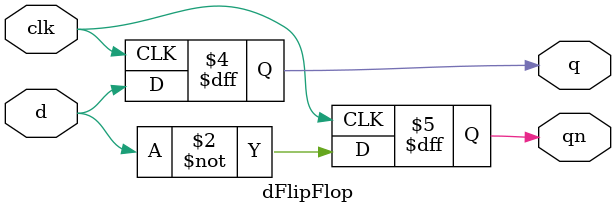
<source format=v>
`timescale 1ns / 1ps


module dFlipFlop(
    output reg q,
    output reg qn,
    input wire clk,
    input wire d
    );

initial
begin
    q=0;
    qn=1;
end

always @(posedge clk)
begin
    q=d;
    qn=~d;
end
endmodule

</source>
